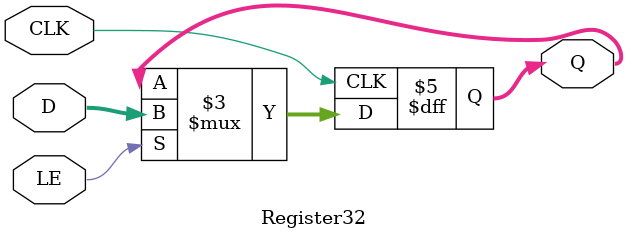
<source format=v>

module Register32(output reg [31:0] Q, input [31:0] D, input LE, CLK);
    
    initial begin
        Q = 0; // <-- esta línea es la clave
    end

    always @(posedge CLK) begin
        if (LE)
            Q <= D;
    end

endmodule


</source>
